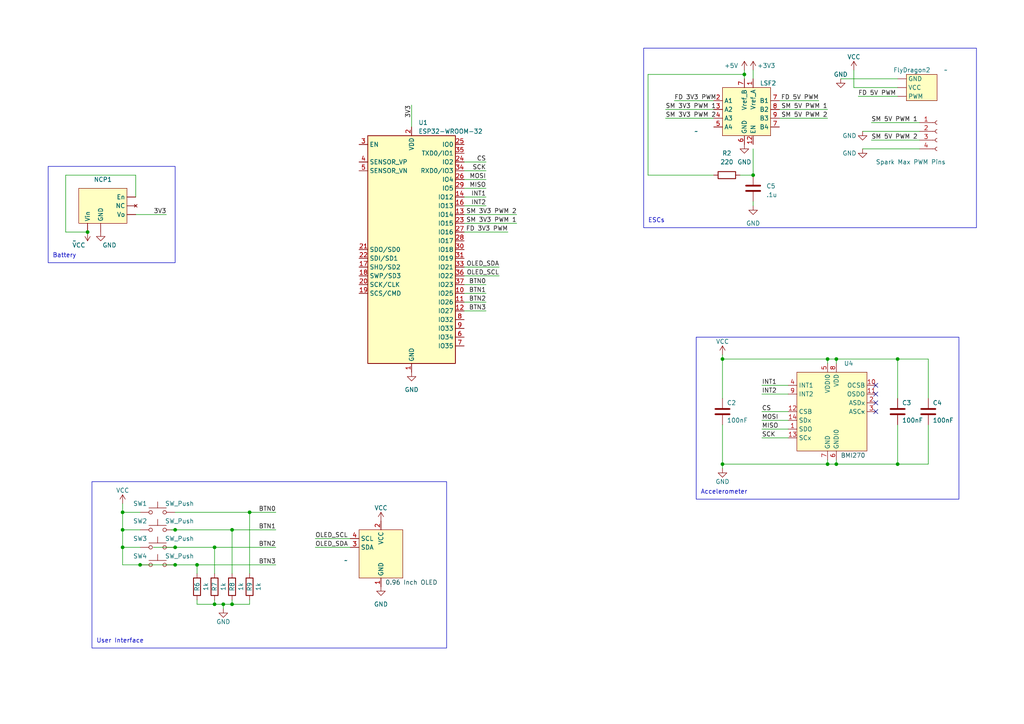
<source format=kicad_sch>
(kicad_sch (version 20230121) (generator eeschema)
  (paper "A4")
  (lib_symbols
    (symbol "0.96InchOLED:0.96_Inch_OLED"
      (property "Reference" "U" (at 2.54 7.62 0))
      (symbol "0.96_Inch_OLED_1_1"
        (rectangle (start -6.35 6.35) (end 6.35 -7.62) (fill (type background)))
        (text "0.96 Inch OLED" (at 1.27 -8.89 0) (effects (font (size 1.27 1.27)) (justify left)))
        (pin power_in line (at 0 -10.16 90) (length 2.54) (name "GND") (number "1"))
        (pin power_in line (at 0 8.89 270) (length 2.54) (name "VCC") (number "2"))
        (pin bidirectional line (at -8.89 1.27 0) (length 2.54) (name "SDA") (number "3"))
        (pin input line (at -8.89 3.81 0) (length 2.54) (name "SCL") (number "4"))
      )
    )
    (symbol "BMI270:BMI270"
      (property "Reference" "U" (at 5.08 13.97 0))
      (symbol "BMI270_1_1"
        (rectangle (start -10.16 12.7) (end 10.16 -10.16) (fill (type background)))
        (text "BMI270" (at 2.54 -11.43 0) (effects (font (size 1.27 1.27)) (justify left)))
        (pin bidirectional line (at -12.7 -3.81 0) (length 2.54) (name "SDO") (number "1"))
        (pin input line (at 12.7 8.89 180) (length 2.54) (name "OCSB") (number "10"))
        (pin output line (at 12.7 6.35 180) (length 2.54) (name "OSDO") (number "11"))
        (pin output line (at -12.7 1.27 0) (length 2.54) (name "CSB") (number "12"))
        (pin input line (at -12.7 -6.35 0) (length 2.54) (name "SCx") (number "13"))
        (pin bidirectional line (at -12.7 -1.27 0) (length 2.54) (name "SDx") (number "14"))
        (pin bidirectional line (at 12.7 3.81 180) (length 2.54) (name "ASDx") (number "2"))
        (pin bidirectional line (at 12.7 1.27 180) (length 2.54) (name "ASCx") (number "3"))
        (pin bidirectional line (at -12.7 8.89 0) (length 2.54) (name "INT1") (number "4"))
        (pin power_in line (at -1.27 15.24 270) (length 2.54) (name "VDDI0") (number "5"))
        (pin power_in line (at 1.27 -12.7 90) (length 2.54) (name "GNDI0") (number "6"))
        (pin power_in line (at -1.27 -12.7 90) (length 2.54) (name "GND") (number "7"))
        (pin power_in line (at 1.27 15.24 270) (length 2.54) (name "VDD") (number "8"))
        (pin bidirectional line (at -12.7 6.35 0) (length 2.54) (name "INT2") (number "9"))
      )
    )
    (symbol "Connector:Conn_01x04_Socket" (pin_names (offset 1.016) hide)
      (property "Reference" "J" (at 0 5.08 0))
      (property "Value" "Conn_01x04_Socket" (at 0 -7.62 0))
      (symbol "Conn_01x04_Socket_1_1"
        (arc (start 0 -4.572) (mid -0.5058 -5.08) (end 0 -5.588) (stroke (width 0.1524)))
        (arc (start 0 -2.032) (mid -0.5058 -2.54) (end 0 -3.048) (stroke (width 0.1524)))
        (polyline (pts (xy -1.27 -5.08) (xy -0.508 -5.08)) (stroke (width 0.1524)))
        (polyline (pts (xy -1.27 -2.54) (xy -0.508 -2.54)) (stroke (width 0.1524)))
        (polyline (pts (xy -1.27 0) (xy -0.508 0)) (stroke (width 0.1524)))
        (polyline (pts (xy -1.27 2.54) (xy -0.508 2.54)) (stroke (width 0.1524)))
        (arc (start 0 0.508) (mid -0.5058 0) (end 0 -0.508) (stroke (width 0.1524)))
        (arc (start 0 3.048) (mid -0.5058 2.54) (end 0 2.032) (stroke (width 0.1524)))
        (pin passive line (at -5.08 2.54 0) (length 3.81) (name "Pin_1") (number "1"))
        (pin passive line (at -5.08 0 0) (length 3.81) (name "Pin_2") (number "2"))
        (pin passive line (at -5.08 -2.54 0) (length 3.81) (name "Pin_3") (number "3"))
        (pin passive line (at -5.08 -5.08 0) (length 3.81) (name "Pin_4") (number "4"))
      )
    )
    (symbol "Device:C" (pin_numbers hide) (pin_names (offset 0.254))
      (property "Reference" "C" (at 0.635 2.54 0))
      (property "Value" "C" (at 0.635 -2.54 0))
      (symbol "C_0_1"
        (polyline (pts (xy -2.032 -0.762) (xy 2.032 -0.762)) (stroke (width 0.508)))
        (polyline (pts (xy -2.032 0.762) (xy 2.032 0.762)) (stroke (width 0.508)))
      )
      (symbol "C_1_1"
        (pin passive line (at 0 3.81 270) (length 2.794) (name "~") (number "1"))
        (pin passive line (at 0 -3.81 90) (length 2.794) (name "~") (number "2"))
      )
    )
    (symbol "Device:R" (pin_numbers hide) (pin_names (offset 0))
      (property "Reference" "R" (at 2.032 0 90))
      (property "Value" "R" (at 0 0 90))
      (symbol "R_0_1"
        (rectangle (start -1.016 -2.54) (end 1.016 2.54) (stroke (width 0.254)))
      )
      (symbol "R_1_1"
        (pin passive line (at 0 3.81 270) (length 1.27) (name "~") (number "1"))
        (pin passive line (at 0 -3.81 90) (length 1.27) (name "~") (number "2"))
      )
    )
    (symbol "FlyDragon:FlyDragon"
      (property "Reference" "FlyDragon" (at -1.27 -1.27 0))
      (symbol "FlyDragon_1_1"
        (rectangle (start -6.35 7.62) (end 2.54 0) (fill (type background)))
        (pin power_in line (at 5.08 1.27 180) (length 2.54) (name "GND") (number ""))
        (pin input line (at 5.08 6.35 180) (length 2.54) (name "PWM") (number ""))
        (pin power_in line (at 5.08 3.81 180) (length 2.54) (name "VCC") (number ""))
      )
    )
    (symbol "LSF0104:LSF0104"
      (property "Reference" "LSF0104" (at -6.35 -3.81 0))
      (symbol "LSF0104_1_1"
        (rectangle (start -5.08 11.43) (end 8.89 -2.54) (fill (type background)))
        (pin power_in line (at 3.81 13.97 270) (length 2.54) (name "Vref_A") (number "1"))
        (pin input line (at 3.81 -5.08 90) (length 2.54) (name "EN") (number "12"))
        (pin bidirectional line (at -7.62 7.62 0) (length 2.54) (name "A1") (number "2"))
        (pin bidirectional line (at -7.62 5.08 0) (length 2.54) (name "A2") (number "3"))
        (pin bidirectional line (at -7.62 2.54 0) (length 2.54) (name "A3") (number "4"))
        (pin bidirectional line (at -7.62 0 0) (length 2.54) (name "A4") (number "5"))
        (pin power_in line (at 1.27 -5.08 90) (length 2.54) (name "GND") (number "6"))
        (pin bidirectional line (at 11.43 7.62 180) (length 2.54) (name "B1") (number "7"))
        (pin bidirectional line (at 11.43 0 180) (length 2.54) (name "B4") (number "7"))
        (pin power_in line (at 1.27 13.97 270) (length 2.54) (name "Vref_B") (number "7"))
        (pin bidirectional line (at 11.43 5.08 180) (length 2.54) (name "B2") (number "8"))
        (pin bidirectional line (at 11.43 2.54 180) (length 2.54) (name "B3") (number "9"))
      )
    )
    (symbol "NCP551:NCP551"
      (property "Reference" "NCP551" (at 7.62 -2.54 0))
      (symbol "NCP551_1_1"
        (rectangle (start -5.08 10.16) (end 8.89 0) (fill (type background)))
        (pin input line (at 11.43 7.62 180) (length 2.54) (name "En") (number ""))
        (pin power_in line (at 1.27 -2.54 90) (length 2.54) (name "GND") (number ""))
        (pin no_connect line (at 11.43 5.08 180) (length 2.54) (name "NC") (number ""))
        (pin power_in line (at -2.54 -2.54 90) (length 2.54) (name "Vin") (number ""))
        (pin power_out line (at 11.43 2.54 180) (length 2.54) (name "Vo") (number ""))
      )
    )
    (symbol "RF_Module:ESP32-WROOM-32"
      (property "Reference" "U" (at -12.7 34.29 0))
      (property "Value" "ESP32-WROOM-32" (at 1.27 34.29 0))
      (symbol "ESP32-WROOM-32_0_1"
        (rectangle (start -12.7 33.02) (end 12.7 -33.02) (stroke (width 0.254)) (fill (type background)))
      )
      (symbol "ESP32-WROOM-32_1_1"
        (pin power_in line (at 0 -35.56 90) (length 2.54) (name "GND") (number "1"))
        (pin bidirectional line (at 15.24 -12.7 180) (length 2.54) (name "IO25") (number "10"))
        (pin bidirectional line (at 15.24 -15.24 180) (length 2.54) (name "IO26") (number "11"))
        (pin bidirectional line (at 15.24 -17.78 180) (length 2.54) (name "IO27") (number "12"))
        (pin bidirectional line (at 15.24 10.16 180) (length 2.54) (name "IO14") (number "13"))
        (pin bidirectional line (at 15.24 15.24 180) (length 2.54) (name "IO12") (number "14"))
        (pin passive line (at 0 -35.56 90) (length 2.54) hide (name "GND") (number "15"))
        (pin bidirectional line (at 15.24 12.7 180) (length 2.54) (name "IO13") (number "16"))
        (pin bidirectional line (at -15.24 -5.08 0) (length 2.54) (name "SHD/SD2") (number "17"))
        (pin bidirectional line (at -15.24 -7.62 0) (length 2.54) (name "SWP/SD3") (number "18"))
        (pin bidirectional line (at -15.24 -12.7 0) (length 2.54) (name "SCS/CMD") (number "19"))
        (pin power_in line (at 0 35.56 270) (length 2.54) (name "VDD") (number "2"))
        (pin bidirectional line (at -15.24 -10.16 0) (length 2.54) (name "SCK/CLK") (number "20"))
        (pin bidirectional line (at -15.24 0 0) (length 2.54) (name "SDO/SD0") (number "21"))
        (pin bidirectional line (at -15.24 -2.54 0) (length 2.54) (name "SDI/SD1") (number "22"))
        (pin bidirectional line (at 15.24 7.62 180) (length 2.54) (name "IO15") (number "23"))
        (pin bidirectional line (at 15.24 25.4 180) (length 2.54) (name "IO2") (number "24"))
        (pin bidirectional line (at 15.24 30.48 180) (length 2.54) (name "IO0") (number "25"))
        (pin bidirectional line (at 15.24 20.32 180) (length 2.54) (name "IO4") (number "26"))
        (pin bidirectional line (at 15.24 5.08 180) (length 2.54) (name "IO16") (number "27"))
        (pin bidirectional line (at 15.24 2.54 180) (length 2.54) (name "IO17") (number "28"))
        (pin bidirectional line (at 15.24 17.78 180) (length 2.54) (name "IO5") (number "29"))
        (pin input line (at -15.24 30.48 0) (length 2.54) (name "EN") (number "3"))
        (pin bidirectional line (at 15.24 0 180) (length 2.54) (name "IO18") (number "30"))
        (pin bidirectional line (at 15.24 -2.54 180) (length 2.54) (name "IO19") (number "31"))
        (pin no_connect line (at -12.7 -27.94 0) (length 2.54) hide (name "NC") (number "32"))
        (pin bidirectional line (at 15.24 -5.08 180) (length 2.54) (name "IO21") (number "33"))
        (pin bidirectional line (at 15.24 22.86 180) (length 2.54) (name "RXD0/IO3") (number "34"))
        (pin bidirectional line (at 15.24 27.94 180) (length 2.54) (name "TXD0/IO1") (number "35"))
        (pin bidirectional line (at 15.24 -7.62 180) (length 2.54) (name "IO22") (number "36"))
        (pin bidirectional line (at 15.24 -10.16 180) (length 2.54) (name "IO23") (number "37"))
        (pin passive line (at 0 -35.56 90) (length 2.54) hide (name "GND") (number "38"))
        (pin passive line (at 0 -35.56 90) (length 2.54) hide (name "GND") (number "39"))
        (pin input line (at -15.24 25.4 0) (length 2.54) (name "SENSOR_VP") (number "4"))
        (pin input line (at -15.24 22.86 0) (length 2.54) (name "SENSOR_VN") (number "5"))
        (pin input line (at 15.24 -25.4 180) (length 2.54) (name "IO34") (number "6"))
        (pin input line (at 15.24 -27.94 180) (length 2.54) (name "IO35") (number "7"))
        (pin bidirectional line (at 15.24 -20.32 180) (length 2.54) (name "IO32") (number "8"))
        (pin bidirectional line (at 15.24 -22.86 180) (length 2.54) (name "IO33") (number "9"))
      )
    )
    (symbol "Switch:SW_Push" (pin_numbers hide) (pin_names (offset 1.016) hide)
      (property "Reference" "SW" (at 1.27 2.54 0))
      (property "Value" "SW_Push" (at 0 -1.524 0))
      (symbol "SW_Push_0_1"
        (circle (center -2.032 0) (radius 0.508))
        (polyline (pts (xy 0 1.27) (xy 0 3.048)))
        (polyline (pts (xy 2.54 1.27) (xy -2.54 1.27)))
        (circle (center 2.032 0) (radius 0.508))
        (pin passive line (at -5.08 0 0) (length 2.54) (name "1") (number "1"))
        (pin passive line (at 5.08 0 180) (length 2.54) (name "2") (number "2"))
      )
    )
    (symbol "power:+3V3" (power) (pin_names (offset 0))
      (property "Value" "+3V3" (at 0 3.556 0))
      (symbol "+3V3_0_1"
        (polyline (pts (xy -0.762 1.27) (xy 0 2.54)))
        (polyline (pts (xy 0 0) (xy 0 2.54)))
        (polyline (pts (xy 0 2.54) (xy 0.762 1.27)))
      )
      (symbol "+3V3_1_1"
        (pin power_in line (at 0 0 90) (length 0) hide (name "+3V3") (number "1"))
      )
    )
    (symbol "power:+5V" (power) (pin_names (offset 0))
      (property "Value" "+5V" (at 0 3.556 0))
      (symbol "+5V_0_1"
        (polyline (pts (xy -0.762 1.27) (xy 0 2.54)))
        (polyline (pts (xy 0 0) (xy 0 2.54)))
        (polyline (pts (xy 0 2.54) (xy 0.762 1.27)))
      )
      (symbol "+5V_1_1"
        (pin power_in line (at 0 0 90) (length 0) hide (name "+5V") (number "1"))
      )
    )
    (symbol "power:GND" (power) (pin_names (offset 0))
      (property "Value" "GND" (at 0 -3.81 0))
      (symbol "GND_0_1"
        (polyline (pts (xy 0 0) (xy 0 -1.27) (xy 1.27 -1.27) (xy 0 -2.54) (xy -1.27 -1.27) (xy 0 -1.27)))
      )
      (symbol "GND_1_1"
        (pin power_in line (at 0 0 270) (length 0) hide (name "GND") (number "1"))
      )
    )
    (symbol "power:VCC" (power) (pin_names (offset 0))
      (property "Value" "VCC" (at 0 3.81 0))
      (symbol "VCC_0_1"
        (polyline (pts (xy -0.762 1.27) (xy 0 2.54)))
        (polyline (pts (xy 0 0) (xy 0 2.54)))
        (polyline (pts (xy 0 2.54) (xy 0.762 1.27)))
      )
      (symbol "VCC_1_1"
        (pin power_in line (at 0 0 90) (length 0) hide (name "VCC") (number "1"))
      )
    )
  )
  (junction (at 35.56 158.75))
  (junction (at 209.55 104.14))
  (junction (at 50.8 163.83))
  (junction (at 40.64 163.83))
  (junction (at 218.44 50.8))
  (junction (at 209.55 134.62))
  (junction (at 64.77 175.26))
  (junction (at 35.56 148.59))
  (junction (at 260.35 104.14))
  (junction (at 242.57 134.62))
  (junction (at 50.8 158.75))
  (junction (at 67.31 175.26))
  (junction (at 72.39 148.59))
  (junction (at 25.4 67.31))
  (junction (at 62.23 175.26))
  (junction (at 62.23 158.75))
  (junction (at 35.56 153.67))
  (junction (at 240.03 134.62))
  (junction (at 260.35 134.62))
  (junction (at 50.8 153.67))
  (junction (at 215.9 21.59))
  (junction (at 240.03 104.14))
  (junction (at 67.31 153.67))
  (junction (at 57.15 163.83))
  (junction (at 242.57 104.14))
  (no_connect (at 254 116.84))
  (no_connect (at 254 111.76))
  (no_connect (at 254 114.3))
  (no_connect (at 254 119.38))
  (wire (pts (xy 209.55 115.57) (xy 209.55 104.14)))
  (wire (pts (xy 187.96 21.59) (xy 215.9 21.59)))
  (wire (pts (xy 50.8 153.67) (xy 67.31 153.67)))
  (wire (pts (xy 252.73 35.56) (xy 266.7 35.56)))
  (wire (pts (xy 50.8 148.59) (xy 72.39 148.59)))
  (wire (pts (xy 226.06 31.75) (xy 240.03 31.75)))
  (wire (pts (xy 50.8 158.75) (xy 62.23 158.75)))
  (wire (pts (xy 240.03 134.62) (xy 242.57 134.62)))
  (wire (pts (xy 57.15 163.83) (xy 57.15 166.37)))
  (wire (pts (xy 269.24 115.57) (xy 269.24 104.14)))
  (wire (pts (xy 134.62 82.55) (xy 140.97 82.55)))
  (wire (pts (xy 91.44 156.21) (xy 101.6 156.21)))
  (wire (pts (xy 250.19 43.18) (xy 266.7 43.18)))
  (wire (pts (xy 209.55 134.62) (xy 240.03 134.62)))
  (wire (pts (xy 39.37 62.23) (xy 48.26 62.23)))
  (wire (pts (xy 35.56 146.05) (xy 35.56 148.59)))
  (wire (pts (xy 248.92 27.94) (xy 260.35 27.94)))
  (wire (pts (xy 207.01 34.29) (xy 193.04 34.29)))
  (wire (pts (xy 64.77 175.26) (xy 67.31 175.26)))
  (wire (pts (xy 72.39 175.26) (xy 72.39 173.99)))
  (wire (pts (xy 62.23 175.26) (xy 64.77 175.26)))
  (wire (pts (xy 218.44 58.42) (xy 218.44 59.69)))
  (wire (pts (xy 35.56 148.59) (xy 40.64 148.59)))
  (wire (pts (xy 209.55 134.62) (xy 209.55 135.89)))
  (wire (pts (xy 260.35 134.62) (xy 269.24 134.62)))
  (wire (pts (xy 220.98 111.76) (xy 228.6 111.76)))
  (wire (pts (xy 72.39 148.59) (xy 72.39 166.37)))
  (wire (pts (xy 62.23 158.75) (xy 62.23 166.37)))
  (wire (pts (xy 64.77 175.26) (xy 64.77 176.53)))
  (wire (pts (xy 260.35 25.4) (xy 247.65 25.4)))
  (wire (pts (xy 67.31 175.26) (xy 72.39 175.26)))
  (wire (pts (xy 220.98 121.92) (xy 228.6 121.92)))
  (wire (pts (xy 134.62 87.63) (xy 140.97 87.63)))
  (wire (pts (xy 240.03 104.14) (xy 240.03 105.41)))
  (wire (pts (xy 240.03 133.35) (xy 240.03 134.62)))
  (wire (pts (xy 44.45 158.75) (xy 50.8 158.75)))
  (wire (pts (xy 57.15 163.83) (xy 80.01 163.83)))
  (wire (pts (xy 207.01 29.21) (xy 195.58 29.21)))
  (wire (pts (xy 40.64 163.83) (xy 50.8 163.83)))
  (wire (pts (xy 39.37 50.8) (xy 19.05 50.8)))
  (wire (pts (xy 49.53 153.67) (xy 50.8 153.67)))
  (wire (pts (xy 62.23 175.26) (xy 57.15 175.26)))
  (wire (pts (xy 226.06 34.29) (xy 240.03 34.29)))
  (wire (pts (xy 57.15 163.83) (xy 50.8 163.83)))
  (wire (pts (xy 226.06 29.21) (xy 237.49 29.21)))
  (wire (pts (xy 134.62 57.15) (xy 140.97 57.15)))
  (wire (pts (xy 134.62 49.53) (xy 140.97 49.53)))
  (wire (pts (xy 35.56 153.67) (xy 35.56 148.59)))
  (wire (pts (xy 247.65 25.4) (xy 247.65 20.32)))
  (wire (pts (xy 91.44 158.75) (xy 101.6 158.75)))
  (wire (pts (xy 67.31 153.67) (xy 67.31 166.37)))
  (wire (pts (xy 214.63 50.8) (xy 218.44 50.8)))
  (wire (pts (xy 134.62 64.77) (xy 149.86 64.77)))
  (wire (pts (xy 39.37 57.15) (xy 39.37 50.8)))
  (wire (pts (xy 19.05 67.31) (xy 25.4 67.31)))
  (wire (pts (xy 72.39 148.59) (xy 80.01 148.59)))
  (wire (pts (xy 62.23 173.99) (xy 62.23 175.26)))
  (wire (pts (xy 119.38 30.48) (xy 119.38 36.83)))
  (wire (pts (xy 220.98 124.46) (xy 228.6 124.46)))
  (wire (pts (xy 35.56 158.75) (xy 35.56 153.67)))
  (wire (pts (xy 218.44 20.32) (xy 218.44 22.86)))
  (wire (pts (xy 242.57 104.14) (xy 260.35 104.14)))
  (wire (pts (xy 269.24 104.14) (xy 260.35 104.14)))
  (wire (pts (xy 209.55 104.14) (xy 240.03 104.14)))
  (wire (pts (xy 62.23 158.75) (xy 80.01 158.75)))
  (wire (pts (xy 269.24 134.62) (xy 269.24 123.19)))
  (wire (pts (xy 35.56 158.75) (xy 40.64 158.75)))
  (wire (pts (xy 209.55 134.62) (xy 209.55 123.19)))
  (wire (pts (xy 242.57 134.62) (xy 260.35 134.62)))
  (wire (pts (xy 243.84 22.86) (xy 260.35 22.86)))
  (wire (pts (xy 134.62 77.47) (xy 144.78 77.47)))
  (wire (pts (xy 220.98 127) (xy 228.6 127)))
  (wire (pts (xy 207.01 50.8) (xy 187.96 50.8)))
  (wire (pts (xy 215.9 21.59) (xy 215.9 22.86)))
  (wire (pts (xy 240.03 104.14) (xy 242.57 104.14)))
  (wire (pts (xy 252.73 40.64) (xy 266.7 40.64)))
  (wire (pts (xy 242.57 104.14) (xy 242.57 105.41)))
  (wire (pts (xy 209.55 102.87) (xy 209.55 104.14)))
  (wire (pts (xy 134.62 52.07) (xy 140.97 52.07)))
  (wire (pts (xy 260.35 134.62) (xy 260.35 123.19)))
  (wire (pts (xy 57.15 173.99) (xy 57.15 175.26)))
  (wire (pts (xy 187.96 50.8) (xy 187.96 21.59)))
  (wire (pts (xy 250.19 38.1) (xy 266.7 38.1)))
  (wire (pts (xy 134.62 90.17) (xy 140.97 90.17)))
  (wire (pts (xy 35.56 163.83) (xy 35.56 158.75)))
  (wire (pts (xy 218.44 43.18) (xy 218.44 50.8)))
  (wire (pts (xy 134.62 59.69) (xy 140.97 59.69)))
  (wire (pts (xy 134.62 62.23) (xy 149.86 62.23)))
  (wire (pts (xy 67.31 173.99) (xy 67.31 175.26)))
  (wire (pts (xy 35.56 163.83) (xy 40.64 163.83)))
  (wire (pts (xy 19.05 50.8) (xy 19.05 67.31)))
  (wire (pts (xy 207.01 31.75) (xy 193.04 31.75)))
  (wire (pts (xy 134.62 67.31) (xy 147.32 67.31)))
  (wire (pts (xy 134.62 46.99) (xy 140.97 46.99)))
  (wire (pts (xy 220.98 119.38) (xy 228.6 119.38)))
  (wire (pts (xy 67.31 153.67) (xy 80.01 153.67)))
  (wire (pts (xy 134.62 80.01) (xy 144.78 80.01)))
  (wire (pts (xy 220.98 114.3) (xy 228.6 114.3)))
  (wire (pts (xy 134.62 85.09) (xy 140.97 85.09)))
  (wire (pts (xy 215.9 20.32) (xy 215.9 21.59)))
  (wire (pts (xy 35.56 153.67) (xy 40.64 153.67)))
  (wire (pts (xy 242.57 133.35) (xy 242.57 134.62)))
  (wire (pts (xy 134.62 54.61) (xy 140.97 54.61)))
  (wire (pts (xy 260.35 104.14) (xy 260.35 115.57)))
  (rectangle (start 186.69 13.97) (end 283.21 66.04))
  (rectangle (start 13.97 48.26) (end 50.8 76.2))
  (rectangle (start 26.67 139.7) (end 129.54 187.96))
  (rectangle (start 201.93 97.79) (end 278.13 144.78))
  (text "Accelerometer\n" (at 203.2 143.51 0) (effects (font (size 1.27 1.27)) (justify left bottom)))
  (text "ESCs\n" (at 187.96 64.77 0) (effects (font (size 1.27 1.27)) (justify left bottom)))
  (text "User Interface" (at 27.94 186.69 0) (effects (font (size 1.27 1.27)) (justify left bottom)))
  (text "Battery" (at 15.24 74.93 0) (effects (font (size 1.27 1.27)) (justify left bottom)))
  (label "INT2" (at 220.98 114.3 0))
  (label "3V3" (at 48.26 62.23 180))
  (label "SCK" (at 140.97 49.53 180))
  (label "OLED_SCL" (at 144.78 80.01 180))
  (label "BTN1" (at 80.01 153.67 180))
  (label "BTN1" (at 140.97 85.09 180))
  (label "BTN0" (at 80.01 148.59 180))
  (label "OLED_SDA" (at 91.44 158.75 0))
  (label "SM 5V PWM 1" (at 252.73 35.56 0))
  (label "INT2" (at 140.97 59.69 180))
  (label "SM 5V PWM 2" (at 240.03 34.29 180))
  (label "BTN3" (at 80.01 163.83 180))
  (label "SM 5V PWM 2" (at 252.73 40.64 0))
  (label "CS" (at 140.97 46.99 180))
  (label "OLED_SDA" (at 144.78 77.47 180))
  (label "CS" (at 220.98 119.38 0))
  (label "INT1" (at 220.98 111.76 0))
  (label "MOSI" (at 220.98 121.92 0))
  (label "BTN3" (at 140.97 90.17 180))
  (label "FD 5V PWM" (at 237.49 29.21 180))
  (label "SM 3V3 PWM 1" (at 193.04 31.75 0))
  (label "FD 3V3 PWM" (at 147.32 67.31 180))
  (label "SM 3V3 PWM 2" (at 193.04 34.29 0))
  (label "MOSI" (at 140.97 52.07 180))
  (label "OLED_SCL" (at 91.44 156.21 0))
  (label "SM 5V PWM 1" (at 240.03 31.75 180))
  (label "SM 3V3 PWM 1" (at 149.86 64.77 180))
  (label "MISO" (at 220.98 124.46 0))
  (label "SM 3V3 PWM 2" (at 149.86 62.23 180))
  (label "BTN2" (at 140.97 87.63 180))
  (label "BTN2" (at 80.01 158.75 180))
  (label "SCK" (at 220.98 127 0))
  (label "INT1" (at 140.97 57.15 180))
  (label "BTN0" (at 140.97 82.55 180))
  (label "MISO" (at 140.97 54.61 180))
  (label "FD 3V3 PWM" (at 195.58 29.21 0))
  (label "3V3" (at 119.38 30.48 270))
  (label "FD 5V PWM" (at 248.92 27.94 0))
  (symbol (lib_id "Device:R") (at 57.15 170.18 180) (unit 1)
    (property "Reference" "R6" (at 57.15 170.18 90))
    (property "Value" "1k" (at 59.69 170.18 90))
    (property "Footprint" "Resistor_SMD:R_0201_0603Metric" (effects hide))
  )
  (symbol (lib_id "power:GND") (at 250.19 43.18 0) (unit 1)
    (property "Reference" "#PWR014" (effects hide))
    (property "Value" "GND" (at 246.38 44.45 0))
  )
  (symbol (lib_id "Connector:Conn_01x04_Socket") (at 271.78 38.1 0) (unit 1)
    (property "Reference" "J2" (effects hide))
    (property "Value" "Spark Max PWM Pins" (at 254 46.99 0) (effects (justify left)))
    (property "Footprint" "Connector_JST:JST_PH_S4B-PH-K_1x04_P2.00mm_Horizontal" (effects hide))
  )
  (symbol (lib_id "power:GND") (at 29.21 67.31 0) (unit 1)
    (property "Reference" "#PWR05" (effects hide))
    (property "Value" "GND" (at 31.75 71.12 0))
  )
  (symbol (lib_id "power:VCC") (at 247.65 20.32 0) (unit 1)
    (property "Reference" "#PWR012" (effects hide))
    (property "Value" "VCC" (at 247.65 16.51 0))
  )
  (symbol (lib_id "Switch:SW_Push") (at 45.72 158.75 0) (unit 1)
    (property "Reference" "SW3" (at 40.64 156.21 0))
    (property "Value" "SW_Push" (at 52.07 156.21 0))
    (property "Footprint" "Button_Switch_Keyboard:SW_Cherry_MX_1.00u_PCB" (effects hide))
  )
  (symbol (lib_id "BMI270:BMI270") (at 241.3 120.65 0) (unit 1)
    (property "Reference" "U4" (at 244.7641 105.41 0) (effects (justify left)))
    (property "Value" "~" (at 250.19 119.38 0))
    (property "Footprint" "Package_LGA:Bosch_LGA-14_3x2.5mm_P0.5mm" (effects hide))
    (property "Datasheet" "https://www.bosch-sensortec.com/media/boschsensortec/downloads/datasheets/bst-bmi270-ds000.pdf" (effects hide))
  )
  (symbol (lib_id "power:+3V3") (at 218.44 20.32 0) (unit 1)
    (property "Reference" "#PWR016" (effects hide))
    (property "Value" "+3V3" (at 222.25 19.05 0))
  )
  (symbol (lib_id "Device:C") (at 260.35 119.38 0) (unit 1)
    (property "Reference" "C3" (at 261.62 116.84 0) (effects (justify left)))
    (property "Value" "100nF" (at 261.62 121.92 0) (effects (justify left)))
    (property "Footprint" "Capacitor_SMD:C_0201_0603Metric" (effects hide))
  )
  (symbol (lib_id "FlyDragon:FlyDragon") (at 265.43 21.59 180) (unit 1)
    (property "Reference" "FlyDragon2" (at 259.08 20.32 0) (effects (justify right)))
    (property "Value" "~" (at 274.32 20.32 0))
  )
  (symbol (lib_id "power:GND") (at 215.9 41.91 0) (unit 1)
    (property "Reference" "#PWR017" (effects hide))
    (property "Value" "GND" (at 215.9 46.99 0))
  )
  (symbol (lib_id "Device:R") (at 62.23 170.18 180) (unit 1)
    (property "Reference" "R7" (at 62.23 170.18 90))
    (property "Value" "1k" (at 64.77 170.18 90))
    (property "Footprint" "Resistor_SMD:R_0201_0603Metric" (effects hide))
  )
  (symbol (lib_id "power:GND") (at 64.77 176.53 0) (unit 1)
    (property "Reference" "#PWR03" (effects hide))
    (property "Value" "GND" (at 64.77 180.34 0))
  )
  (symbol (lib_id "RF_Module:ESP32-WROOM-32") (at 119.38 72.39 0) (unit 1)
    (property "Reference" "U1" (at 121.3359 35.56 0) (effects (justify left)))
    (property "Value" "ESP32-WROOM-32" (at 121.3359 38.1 0) (effects (justify left)))
    (property "Footprint" "RF_Module:ESP32-WROOM-32" (effects hide))
    (property "Datasheet" "https://www.espressif.com/sites/default/files/documentation/esp32-wroom-32_datasheet_en.pdf" (effects hide))
  )
  (symbol (lib_id "Device:C") (at 209.55 119.38 0) (unit 1)
    (property "Reference" "C2" (at 210.82 116.84 0) (effects (justify left)))
    (property "Value" "100nF" (at 210.82 121.92 0) (effects (justify left)))
    (property "Footprint" "Capacitor_SMD:C_0201_0603Metric" (effects hide))
  )
  (symbol (lib_id "power:VCC") (at 110.49 151.13 0) (unit 1)
    (property "Reference" "#PWR019" (effects hide))
    (property "Value" "VCC" (at 110.49 147.32 0))
  )
  (symbol (lib_id "power:GND") (at 250.19 38.1 0) (unit 1)
    (property "Reference" "#PWR013" (effects hide))
    (property "Value" "GND" (at 246.38 39.37 0))
  )
  (symbol (lib_id "power:+5V") (at 215.9 20.32 0) (unit 1)
    (property "Reference" "#PWR015" (effects hide))
    (property "Value" "+5V" (at 212.09 19.05 0))
  )
  (symbol (lib_id "power:VCC") (at 35.56 146.05 0) (unit 1)
    (property "Reference" "#PWR02" (effects hide))
    (property "Value" "VCC" (at 35.56 142.24 0))
  )
  (symbol (lib_id "0.96InchOLED:0.96_Inch_OLED") (at 110.49 160.02 0) (unit 1)
    (property "Reference" "U3" (effects hide))
    (property "Value" "~" (at 100.33 162.56 0))
    (property "Footprint" "Connector_PinHeader_2.54mm:PinHeader_1x04_P2.54mm_Vertical" (effects hide))
  )
  (symbol (lib_id "Device:C") (at 269.24 119.38 0) (unit 1)
    (property "Reference" "C4" (at 270.51 116.84 0) (effects (justify left)))
    (property "Value" "100nF" (at 270.51 121.92 0) (effects (justify left)))
    (property "Footprint" "Capacitor_SMD:C_0201_0603Metric" (effects hide))
  )
  (symbol (lib_id "Switch:SW_Push") (at 45.72 153.67 0) (unit 1)
    (property "Reference" "SW2" (at 40.64 151.13 0))
    (property "Value" "SW_Push" (at 52.07 151.13 0))
    (property "Footprint" "Button_Switch_Keyboard:SW_Cherry_MX_1.00u_PCB" (effects hide))
  )
  (symbol (lib_id "Switch:SW_Push") (at 45.72 163.83 0) (unit 1)
    (property "Reference" "SW4" (at 40.64 161.29 0))
    (property "Value" "SW_Push" (at 52.07 161.29 0))
    (property "Footprint" "Button_Switch_Keyboard:SW_Cherry_MX_1.00u_PCB" (effects hide))
  )
  (symbol (lib_id "power:GND") (at 218.44 59.69 0) (unit 1)
    (property "Reference" "#PWR020" (effects hide))
    (property "Value" "GND" (at 218.44 64.77 0))
  )
  (symbol (lib_id "power:GND") (at 119.38 107.95 0) (unit 1)
    (property "Reference" "#PWR01" (effects hide))
    (property "Value" "GND" (at 119.38 113.03 0))
  )
  (symbol (lib_id "Device:R") (at 67.31 170.18 180) (unit 1)
    (property "Reference" "R8" (at 67.31 170.18 90))
    (property "Value" "1k" (at 69.85 170.18 90))
    (property "Footprint" "Resistor_SMD:R_0201_0603Metric" (effects hide))
  )
  (symbol (lib_id "power:GND") (at 209.55 135.89 0) (unit 1)
    (property "Reference" "#PWR010" (effects hide))
    (property "Value" "GND" (at 209.55 139.7 0))
  )
  (symbol (lib_id "power:GND") (at 243.84 22.86 0) (unit 1)
    (property "Reference" "#PWR011" (effects hide))
    (property "Value" "GND" (at 243.84 21.59 0))
  )
  (symbol (lib_id "Device:C") (at 218.44 54.61 0) (unit 1)
    (property "Reference" "C5" (at 222.25 53.975 0) (effects (justify left)))
    (property "Value" ".1u" (at 222.25 56.515 0) (effects (justify left)))
  )
  (symbol (lib_id "Device:R") (at 72.39 170.18 180) (unit 1)
    (property "Reference" "R9" (at 72.39 170.18 90))
    (property "Value" "1k" (at 74.93 170.18 90))
    (property "Footprint" "Resistor_SMD:R_0201_0603Metric" (effects hide))
  )
  (symbol (lib_id "Switch:SW_Push") (at 45.72 148.59 0) (unit 1)
    (property "Reference" "SW1" (at 40.64 146.05 0))
    (property "Value" "SW_Push" (at 52.07 146.05 0))
    (property "Footprint" "Button_Switch_Keyboard:SW_Cherry_MX_1.00u_PCB" (effects hide))
  )
  (symbol (lib_id "power:VCC") (at 25.4 67.31 180) (unit 1)
    (property "Reference" "#PWR04" (effects hide))
    (property "Value" "VBAT" (at 22.86 71.12 0))
  )
  (symbol (lib_id "NCP551:NCP551") (at 27.94 64.77 0) (unit 1)
    (property "Reference" "NCP1" (at 29.845 52.07 0))
    (property "Value" "~" (at 21.59 69.85 0))
  )
  (symbol (lib_id "LSF0104:LSF0104") (at 214.63 36.83 0) (unit 1)
    (property "Reference" "LSF2" (at 220.3959 24.13 0) (effects (justify left)))
    (property "Value" "~" (at 201.93 38.1 0))
  )
  (symbol (lib_id "power:VCC") (at 209.55 102.87 0) (unit 1)
    (property "Reference" "#PWR09" (effects hide))
    (property "Value" "VCC" (at 209.55 99.06 0))
  )
  (symbol (lib_id "Device:R") (at 210.82 50.8 90) (unit 1)
    (property "Reference" "R2" (at 210.82 44.45 90))
    (property "Value" "220" (at 210.82 46.99 90))
  )
  (symbol (lib_id "power:GND") (at 110.49 170.18 0) (unit 1)
    (property "Reference" "#PWR018" (effects hide))
    (property "Value" "GND" (at 110.49 175.26 0))
  )
)
</source>
